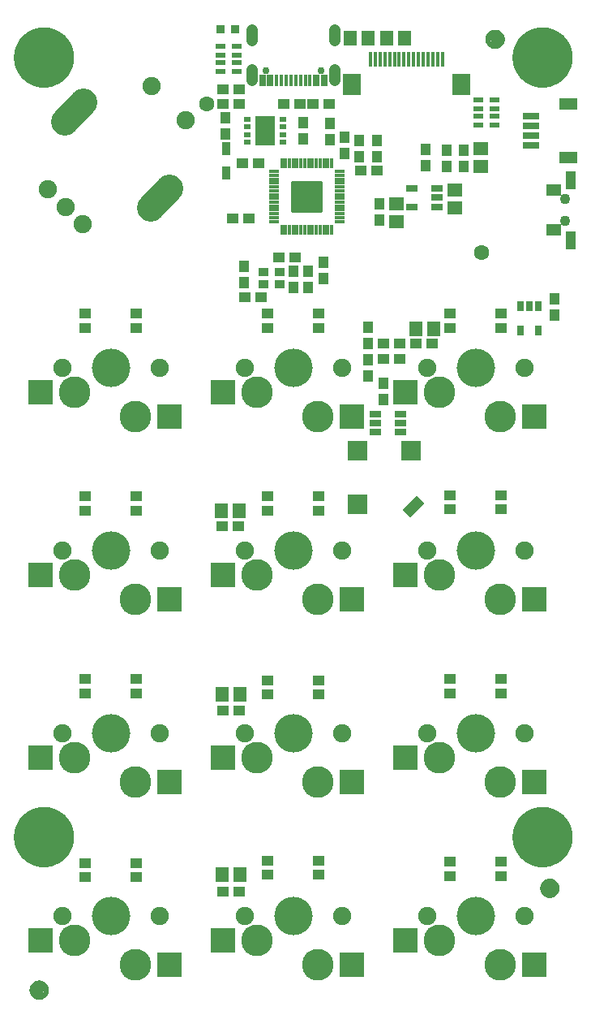
<source format=gbr>
G04 EAGLE Gerber RS-274X export*
G75*
%MOMM*%
%FSLAX34Y34*%
%LPD*%
%INSoldermask Top*%
%IPPOS*%
%AMOC8*
5,1,8,0,0,1.08239X$1,22.5*%
G01*
%ADD10R,2.651600X2.601600*%
%ADD11C,4.001600*%
%ADD12C,3.301600*%
%ADD13C,1.915100*%
%ADD14R,1.601600X1.341600*%
%ADD15R,0.901600X0.901600*%
%ADD16C,1.101600*%
%ADD17C,0.469900*%
%ADD18R,1.301600X0.651600*%
%ADD19R,0.791600X1.091600*%
%ADD20R,0.701600X0.501600*%
%ADD21R,2.101600X3.101600*%
%ADD22R,1.176600X1.101600*%
%ADD23R,1.101600X1.176600*%
%ADD24R,0.976600X0.301600*%
%ADD25R,0.301600X0.976600*%
%ADD26C,0.429206*%
%ADD27R,1.001600X0.851600*%
%ADD28R,0.676600X1.251600*%
%ADD29R,0.376600X1.251600*%
%ADD30C,1.209600*%
%ADD31C,0.751600*%
%ADD32C,1.901600*%
%ADD33C,2.901600*%
%ADD34R,1.301600X1.001600*%
%ADD35R,1.601600X1.201600*%
%ADD36R,1.101600X1.851600*%
%ADD37R,1.651600X0.701600*%
%ADD38R,1.901600X1.301600*%
%ADD39R,1.341600X1.601600*%
%ADD40R,0.901600X1.451600*%
%ADD41C,5.367600*%
%ADD42C,1.016000*%
%ADD43R,0.401600X1.501600*%
%ADD44R,1.901600X2.301600*%
%ADD45R,1.001600X0.551600*%
%ADD46R,2.101600X2.101600*%
%ADD47R,2.101600X1.101600*%
%ADD48C,1.601600*%


D10*
X549850Y57150D03*
X415350Y82950D03*
D11*
X488950Y107950D03*
D12*
X514350Y57150D03*
X450850Y82550D03*
D13*
X539750Y107950D03*
X438150Y107950D03*
D10*
X359350Y57150D03*
X224850Y82950D03*
D11*
X298450Y107950D03*
D12*
X323850Y57150D03*
X260350Y82550D03*
D13*
X349250Y107950D03*
X247650Y107950D03*
D10*
X168850Y57150D03*
X34350Y82950D03*
D11*
X107950Y107950D03*
D12*
X133350Y57150D03*
X69850Y82550D03*
D13*
X158750Y107950D03*
X57150Y107950D03*
D10*
X168850Y247650D03*
X34350Y273450D03*
D11*
X107950Y298450D03*
D12*
X133350Y247650D03*
X69850Y273050D03*
D13*
X158750Y298450D03*
X57150Y298450D03*
D10*
X359350Y247650D03*
X224850Y273450D03*
D11*
X298450Y298450D03*
D12*
X323850Y247650D03*
X260350Y273050D03*
D13*
X349250Y298450D03*
X247650Y298450D03*
D10*
X549850Y247650D03*
X415350Y273450D03*
D11*
X488950Y298450D03*
D12*
X514350Y247650D03*
X450850Y273050D03*
D13*
X539750Y298450D03*
X438150Y298450D03*
D14*
X467341Y846149D03*
X467341Y865149D03*
X405915Y850910D03*
X405915Y831910D03*
D15*
X222370Y1032510D03*
X237370Y1032510D03*
D16*
X509270Y1022350D03*
D17*
X509270Y1029850D02*
X509089Y1029848D01*
X508908Y1029841D01*
X508727Y1029830D01*
X508546Y1029815D01*
X508366Y1029795D01*
X508186Y1029771D01*
X508007Y1029743D01*
X507829Y1029710D01*
X507652Y1029673D01*
X507475Y1029632D01*
X507300Y1029587D01*
X507125Y1029537D01*
X506952Y1029483D01*
X506781Y1029425D01*
X506610Y1029363D01*
X506442Y1029296D01*
X506275Y1029226D01*
X506109Y1029152D01*
X505946Y1029073D01*
X505785Y1028991D01*
X505625Y1028905D01*
X505468Y1028815D01*
X505313Y1028721D01*
X505160Y1028624D01*
X505010Y1028522D01*
X504862Y1028418D01*
X504716Y1028309D01*
X504574Y1028198D01*
X504434Y1028082D01*
X504297Y1027964D01*
X504162Y1027842D01*
X504031Y1027717D01*
X503903Y1027589D01*
X503778Y1027458D01*
X503656Y1027323D01*
X503538Y1027186D01*
X503422Y1027046D01*
X503311Y1026904D01*
X503202Y1026758D01*
X503098Y1026610D01*
X502996Y1026460D01*
X502899Y1026307D01*
X502805Y1026152D01*
X502715Y1025995D01*
X502629Y1025835D01*
X502547Y1025674D01*
X502468Y1025511D01*
X502394Y1025345D01*
X502324Y1025178D01*
X502257Y1025010D01*
X502195Y1024839D01*
X502137Y1024668D01*
X502083Y1024495D01*
X502033Y1024320D01*
X501988Y1024145D01*
X501947Y1023968D01*
X501910Y1023791D01*
X501877Y1023613D01*
X501849Y1023434D01*
X501825Y1023254D01*
X501805Y1023074D01*
X501790Y1022893D01*
X501779Y1022712D01*
X501772Y1022531D01*
X501770Y1022350D01*
X509270Y1029850D02*
X509451Y1029848D01*
X509632Y1029841D01*
X509813Y1029830D01*
X509994Y1029815D01*
X510174Y1029795D01*
X510354Y1029771D01*
X510533Y1029743D01*
X510711Y1029710D01*
X510888Y1029673D01*
X511065Y1029632D01*
X511240Y1029587D01*
X511415Y1029537D01*
X511588Y1029483D01*
X511759Y1029425D01*
X511930Y1029363D01*
X512098Y1029296D01*
X512265Y1029226D01*
X512431Y1029152D01*
X512594Y1029073D01*
X512755Y1028991D01*
X512915Y1028905D01*
X513072Y1028815D01*
X513227Y1028721D01*
X513380Y1028624D01*
X513530Y1028522D01*
X513678Y1028418D01*
X513824Y1028309D01*
X513966Y1028198D01*
X514106Y1028082D01*
X514243Y1027964D01*
X514378Y1027842D01*
X514509Y1027717D01*
X514637Y1027589D01*
X514762Y1027458D01*
X514884Y1027323D01*
X515002Y1027186D01*
X515118Y1027046D01*
X515229Y1026904D01*
X515338Y1026758D01*
X515442Y1026610D01*
X515544Y1026460D01*
X515641Y1026307D01*
X515735Y1026152D01*
X515825Y1025995D01*
X515911Y1025835D01*
X515993Y1025674D01*
X516072Y1025511D01*
X516146Y1025345D01*
X516216Y1025178D01*
X516283Y1025010D01*
X516345Y1024839D01*
X516403Y1024668D01*
X516457Y1024495D01*
X516507Y1024320D01*
X516552Y1024145D01*
X516593Y1023968D01*
X516630Y1023791D01*
X516663Y1023613D01*
X516691Y1023434D01*
X516715Y1023254D01*
X516735Y1023074D01*
X516750Y1022893D01*
X516761Y1022712D01*
X516768Y1022531D01*
X516770Y1022350D01*
X516768Y1022169D01*
X516761Y1021988D01*
X516750Y1021807D01*
X516735Y1021626D01*
X516715Y1021446D01*
X516691Y1021266D01*
X516663Y1021087D01*
X516630Y1020909D01*
X516593Y1020732D01*
X516552Y1020555D01*
X516507Y1020380D01*
X516457Y1020205D01*
X516403Y1020032D01*
X516345Y1019861D01*
X516283Y1019690D01*
X516216Y1019522D01*
X516146Y1019355D01*
X516072Y1019189D01*
X515993Y1019026D01*
X515911Y1018865D01*
X515825Y1018705D01*
X515735Y1018548D01*
X515641Y1018393D01*
X515544Y1018240D01*
X515442Y1018090D01*
X515338Y1017942D01*
X515229Y1017796D01*
X515118Y1017654D01*
X515002Y1017514D01*
X514884Y1017377D01*
X514762Y1017242D01*
X514637Y1017111D01*
X514509Y1016983D01*
X514378Y1016858D01*
X514243Y1016736D01*
X514106Y1016618D01*
X513966Y1016502D01*
X513824Y1016391D01*
X513678Y1016282D01*
X513530Y1016178D01*
X513380Y1016076D01*
X513227Y1015979D01*
X513072Y1015885D01*
X512915Y1015795D01*
X512755Y1015709D01*
X512594Y1015627D01*
X512431Y1015548D01*
X512265Y1015474D01*
X512098Y1015404D01*
X511930Y1015337D01*
X511759Y1015275D01*
X511588Y1015217D01*
X511415Y1015163D01*
X511240Y1015113D01*
X511065Y1015068D01*
X510888Y1015027D01*
X510711Y1014990D01*
X510533Y1014957D01*
X510354Y1014929D01*
X510174Y1014905D01*
X509994Y1014885D01*
X509813Y1014870D01*
X509632Y1014859D01*
X509451Y1014852D01*
X509270Y1014850D01*
X509089Y1014852D01*
X508908Y1014859D01*
X508727Y1014870D01*
X508546Y1014885D01*
X508366Y1014905D01*
X508186Y1014929D01*
X508007Y1014957D01*
X507829Y1014990D01*
X507652Y1015027D01*
X507475Y1015068D01*
X507300Y1015113D01*
X507125Y1015163D01*
X506952Y1015217D01*
X506781Y1015275D01*
X506610Y1015337D01*
X506442Y1015404D01*
X506275Y1015474D01*
X506109Y1015548D01*
X505946Y1015627D01*
X505785Y1015709D01*
X505625Y1015795D01*
X505468Y1015885D01*
X505313Y1015979D01*
X505160Y1016076D01*
X505010Y1016178D01*
X504862Y1016282D01*
X504716Y1016391D01*
X504574Y1016502D01*
X504434Y1016618D01*
X504297Y1016736D01*
X504162Y1016858D01*
X504031Y1016983D01*
X503903Y1017111D01*
X503778Y1017242D01*
X503656Y1017377D01*
X503538Y1017514D01*
X503422Y1017654D01*
X503311Y1017796D01*
X503202Y1017942D01*
X503098Y1018090D01*
X502996Y1018240D01*
X502899Y1018393D01*
X502805Y1018548D01*
X502715Y1018705D01*
X502629Y1018865D01*
X502547Y1019026D01*
X502468Y1019189D01*
X502394Y1019355D01*
X502324Y1019522D01*
X502257Y1019690D01*
X502195Y1019861D01*
X502137Y1020032D01*
X502083Y1020205D01*
X502033Y1020380D01*
X501988Y1020555D01*
X501947Y1020732D01*
X501910Y1020909D01*
X501877Y1021087D01*
X501849Y1021266D01*
X501825Y1021446D01*
X501805Y1021626D01*
X501790Y1021807D01*
X501779Y1021988D01*
X501772Y1022169D01*
X501770Y1022350D01*
D16*
X33077Y30952D03*
D17*
X33077Y38452D02*
X32896Y38450D01*
X32715Y38443D01*
X32534Y38432D01*
X32353Y38417D01*
X32173Y38397D01*
X31993Y38373D01*
X31814Y38345D01*
X31636Y38312D01*
X31459Y38275D01*
X31282Y38234D01*
X31107Y38189D01*
X30932Y38139D01*
X30759Y38085D01*
X30588Y38027D01*
X30417Y37965D01*
X30249Y37898D01*
X30082Y37828D01*
X29916Y37754D01*
X29753Y37675D01*
X29592Y37593D01*
X29432Y37507D01*
X29275Y37417D01*
X29120Y37323D01*
X28967Y37226D01*
X28817Y37124D01*
X28669Y37020D01*
X28523Y36911D01*
X28381Y36800D01*
X28241Y36684D01*
X28104Y36566D01*
X27969Y36444D01*
X27838Y36319D01*
X27710Y36191D01*
X27585Y36060D01*
X27463Y35925D01*
X27345Y35788D01*
X27229Y35648D01*
X27118Y35506D01*
X27009Y35360D01*
X26905Y35212D01*
X26803Y35062D01*
X26706Y34909D01*
X26612Y34754D01*
X26522Y34597D01*
X26436Y34437D01*
X26354Y34276D01*
X26275Y34113D01*
X26201Y33947D01*
X26131Y33780D01*
X26064Y33612D01*
X26002Y33441D01*
X25944Y33270D01*
X25890Y33097D01*
X25840Y32922D01*
X25795Y32747D01*
X25754Y32570D01*
X25717Y32393D01*
X25684Y32215D01*
X25656Y32036D01*
X25632Y31856D01*
X25612Y31676D01*
X25597Y31495D01*
X25586Y31314D01*
X25579Y31133D01*
X25577Y30952D01*
X33077Y38452D02*
X33258Y38450D01*
X33439Y38443D01*
X33620Y38432D01*
X33801Y38417D01*
X33981Y38397D01*
X34161Y38373D01*
X34340Y38345D01*
X34518Y38312D01*
X34695Y38275D01*
X34872Y38234D01*
X35047Y38189D01*
X35222Y38139D01*
X35395Y38085D01*
X35566Y38027D01*
X35737Y37965D01*
X35905Y37898D01*
X36072Y37828D01*
X36238Y37754D01*
X36401Y37675D01*
X36562Y37593D01*
X36722Y37507D01*
X36879Y37417D01*
X37034Y37323D01*
X37187Y37226D01*
X37337Y37124D01*
X37485Y37020D01*
X37631Y36911D01*
X37773Y36800D01*
X37913Y36684D01*
X38050Y36566D01*
X38185Y36444D01*
X38316Y36319D01*
X38444Y36191D01*
X38569Y36060D01*
X38691Y35925D01*
X38809Y35788D01*
X38925Y35648D01*
X39036Y35506D01*
X39145Y35360D01*
X39249Y35212D01*
X39351Y35062D01*
X39448Y34909D01*
X39542Y34754D01*
X39632Y34597D01*
X39718Y34437D01*
X39800Y34276D01*
X39879Y34113D01*
X39953Y33947D01*
X40023Y33780D01*
X40090Y33612D01*
X40152Y33441D01*
X40210Y33270D01*
X40264Y33097D01*
X40314Y32922D01*
X40359Y32747D01*
X40400Y32570D01*
X40437Y32393D01*
X40470Y32215D01*
X40498Y32036D01*
X40522Y31856D01*
X40542Y31676D01*
X40557Y31495D01*
X40568Y31314D01*
X40575Y31133D01*
X40577Y30952D01*
X40575Y30771D01*
X40568Y30590D01*
X40557Y30409D01*
X40542Y30228D01*
X40522Y30048D01*
X40498Y29868D01*
X40470Y29689D01*
X40437Y29511D01*
X40400Y29334D01*
X40359Y29157D01*
X40314Y28982D01*
X40264Y28807D01*
X40210Y28634D01*
X40152Y28463D01*
X40090Y28292D01*
X40023Y28124D01*
X39953Y27957D01*
X39879Y27791D01*
X39800Y27628D01*
X39718Y27467D01*
X39632Y27307D01*
X39542Y27150D01*
X39448Y26995D01*
X39351Y26842D01*
X39249Y26692D01*
X39145Y26544D01*
X39036Y26398D01*
X38925Y26256D01*
X38809Y26116D01*
X38691Y25979D01*
X38569Y25844D01*
X38444Y25713D01*
X38316Y25585D01*
X38185Y25460D01*
X38050Y25338D01*
X37913Y25220D01*
X37773Y25104D01*
X37631Y24993D01*
X37485Y24884D01*
X37337Y24780D01*
X37187Y24678D01*
X37034Y24581D01*
X36879Y24487D01*
X36722Y24397D01*
X36562Y24311D01*
X36401Y24229D01*
X36238Y24150D01*
X36072Y24076D01*
X35905Y24006D01*
X35737Y23939D01*
X35566Y23877D01*
X35395Y23819D01*
X35222Y23765D01*
X35047Y23715D01*
X34872Y23670D01*
X34695Y23629D01*
X34518Y23592D01*
X34340Y23559D01*
X34161Y23531D01*
X33981Y23507D01*
X33801Y23487D01*
X33620Y23472D01*
X33439Y23461D01*
X33258Y23454D01*
X33077Y23452D01*
X32896Y23454D01*
X32715Y23461D01*
X32534Y23472D01*
X32353Y23487D01*
X32173Y23507D01*
X31993Y23531D01*
X31814Y23559D01*
X31636Y23592D01*
X31459Y23629D01*
X31282Y23670D01*
X31107Y23715D01*
X30932Y23765D01*
X30759Y23819D01*
X30588Y23877D01*
X30417Y23939D01*
X30249Y24006D01*
X30082Y24076D01*
X29916Y24150D01*
X29753Y24229D01*
X29592Y24311D01*
X29432Y24397D01*
X29275Y24487D01*
X29120Y24581D01*
X28967Y24678D01*
X28817Y24780D01*
X28669Y24884D01*
X28523Y24993D01*
X28381Y25104D01*
X28241Y25220D01*
X28104Y25338D01*
X27969Y25460D01*
X27838Y25585D01*
X27710Y25713D01*
X27585Y25844D01*
X27463Y25979D01*
X27345Y26116D01*
X27229Y26256D01*
X27118Y26398D01*
X27009Y26544D01*
X26905Y26692D01*
X26803Y26842D01*
X26706Y26995D01*
X26612Y27150D01*
X26522Y27307D01*
X26436Y27467D01*
X26354Y27628D01*
X26275Y27791D01*
X26201Y27957D01*
X26131Y28124D01*
X26064Y28292D01*
X26002Y28463D01*
X25944Y28634D01*
X25890Y28807D01*
X25840Y28982D01*
X25795Y29157D01*
X25754Y29334D01*
X25717Y29511D01*
X25684Y29689D01*
X25656Y29868D01*
X25632Y30048D01*
X25612Y30228D01*
X25597Y30409D01*
X25586Y30590D01*
X25579Y30771D01*
X25577Y30952D01*
D18*
X448611Y847750D03*
X448611Y857250D03*
X448611Y866750D03*
X422609Y866750D03*
X422609Y847750D03*
D19*
X554330Y744420D03*
X544830Y744420D03*
X535330Y744420D03*
X535330Y718520D03*
X554330Y718520D03*
D20*
X250613Y939100D03*
X250613Y931100D03*
X250613Y923100D03*
X250613Y915100D03*
X287613Y915100D03*
X287613Y923100D03*
X287613Y931100D03*
X287613Y939100D03*
D21*
X269113Y927100D03*
D22*
X242180Y955040D03*
X225180Y955040D03*
D23*
X351790Y903360D03*
X351790Y920360D03*
D22*
X252340Y835660D03*
X235340Y835660D03*
D24*
X277920Y884520D03*
X277920Y880520D03*
X277920Y876520D03*
X277920Y872520D03*
X277920Y868520D03*
X277920Y864520D03*
X277920Y860520D03*
X277920Y856520D03*
X277920Y852520D03*
X277920Y848520D03*
X277920Y844520D03*
X277920Y840520D03*
X277920Y836520D03*
X277920Y832520D03*
D25*
X286420Y824020D03*
X290420Y824020D03*
X294420Y824020D03*
X298420Y824020D03*
X302420Y824020D03*
X306420Y824020D03*
X310420Y824020D03*
X314420Y824020D03*
X318420Y824020D03*
X322420Y824020D03*
X326420Y824020D03*
X330420Y824020D03*
X334420Y824020D03*
X338420Y824020D03*
D24*
X346920Y832520D03*
X346920Y836520D03*
X346920Y840520D03*
X346920Y844520D03*
X346920Y848520D03*
X346920Y852520D03*
X346920Y856520D03*
X346920Y860520D03*
X346920Y864520D03*
X346920Y868520D03*
X346920Y872520D03*
X346920Y876520D03*
X346920Y880520D03*
X346920Y884520D03*
D25*
X338420Y893020D03*
X334420Y893020D03*
X330420Y893020D03*
X326420Y893020D03*
X322420Y893020D03*
X318420Y893020D03*
X314420Y893020D03*
X310420Y893020D03*
X306420Y893020D03*
X302420Y893020D03*
X298420Y893020D03*
X294420Y893020D03*
X290420Y893020D03*
X286420Y893020D03*
D26*
X298058Y844158D02*
X326782Y844158D01*
X298058Y844158D02*
X298058Y872882D01*
X326782Y872882D01*
X326782Y844158D01*
X326782Y848235D02*
X298058Y848235D01*
X298058Y852312D02*
X326782Y852312D01*
X326782Y856389D02*
X298058Y856389D01*
X298058Y860466D02*
X326782Y860466D01*
X326782Y864543D02*
X298058Y864543D01*
X298058Y868620D02*
X326782Y868620D01*
X326782Y872697D02*
X298058Y872697D01*
D27*
X283840Y779680D03*
X267340Y779680D03*
X267340Y767180D03*
X283840Y767180D03*
D23*
X330200Y773185D03*
X330200Y790185D03*
X308610Y935600D03*
X308610Y918600D03*
X336550Y917330D03*
X336550Y934330D03*
X388620Y850510D03*
X388620Y833510D03*
X367030Y899550D03*
X367030Y916550D03*
D22*
X242180Y970280D03*
X225180Y970280D03*
X248040Y753110D03*
X265040Y753110D03*
D23*
X298450Y763660D03*
X298450Y780660D03*
D22*
X283600Y795020D03*
X300600Y795020D03*
D23*
X227838Y940299D03*
X227838Y923299D03*
D22*
X288680Y955040D03*
X305680Y955040D03*
X336160Y955040D03*
X319160Y955040D03*
X368690Y885190D03*
X385690Y885190D03*
X262500Y892810D03*
X245500Y892810D03*
D28*
X330450Y979280D03*
X322450Y979280D03*
D29*
X315950Y979280D03*
X310950Y979280D03*
X305950Y979280D03*
X300950Y979280D03*
X295950Y979280D03*
X290950Y979280D03*
X285950Y979280D03*
X280950Y979280D03*
D28*
X274450Y979280D03*
X266450Y979280D03*
D30*
X341650Y1021290D02*
X341650Y1032370D01*
X255250Y1032370D02*
X255250Y1021290D01*
X255250Y990570D02*
X255250Y979490D01*
X341650Y979490D02*
X341650Y990570D01*
D31*
X269550Y990030D03*
X327350Y990030D03*
D10*
X168850Y628650D03*
X34350Y654450D03*
D11*
X107950Y679450D03*
D12*
X133350Y628650D03*
X69850Y654050D03*
D13*
X158750Y679450D03*
X57150Y679450D03*
D10*
X359350Y628650D03*
X224850Y654450D03*
D11*
X298450Y679450D03*
D12*
X323850Y628650D03*
X260350Y654050D03*
D13*
X349250Y679450D03*
X247650Y679450D03*
D10*
X549850Y628650D03*
X415350Y654450D03*
D11*
X488950Y679450D03*
D12*
X514350Y628650D03*
X450850Y654050D03*
D13*
X539750Y679450D03*
X438150Y679450D03*
D10*
X168850Y438150D03*
X34350Y463950D03*
D11*
X107950Y488950D03*
D12*
X133350Y438150D03*
X69850Y463550D03*
D13*
X158750Y488950D03*
X57150Y488950D03*
D10*
X359350Y438150D03*
X224850Y463950D03*
D11*
X298450Y488950D03*
D12*
X323850Y438150D03*
X260350Y463550D03*
D13*
X349250Y488950D03*
X247650Y488950D03*
D10*
X549850Y438150D03*
X415350Y463950D03*
D11*
X488950Y488950D03*
D12*
X514350Y438150D03*
X450850Y463550D03*
D13*
X539750Y488950D03*
X438150Y488950D03*
D32*
X60418Y847818D03*
X78379Y829858D03*
X42458Y865779D03*
D33*
X149302Y846899D02*
X169101Y866698D01*
X79298Y956501D02*
X59499Y936702D01*
D32*
X186142Y937621D03*
X150221Y973542D03*
D34*
X462450Y721480D03*
X462450Y736480D03*
X515450Y721480D03*
X515450Y736480D03*
X271950Y721480D03*
X271950Y736480D03*
X324950Y721480D03*
X324950Y736480D03*
X81450Y721480D03*
X81450Y736480D03*
X134450Y721480D03*
X134450Y736480D03*
X462450Y532250D03*
X462450Y547250D03*
X515450Y532250D03*
X515450Y547250D03*
X271950Y530980D03*
X271950Y545980D03*
X324950Y530980D03*
X324950Y545980D03*
X81450Y530980D03*
X81450Y545980D03*
X134450Y530980D03*
X134450Y545980D03*
X462450Y340480D03*
X462450Y355480D03*
X515450Y340480D03*
X515450Y355480D03*
X271950Y339210D03*
X271950Y354210D03*
X324950Y339210D03*
X324950Y354210D03*
X81450Y340480D03*
X81450Y355480D03*
X134450Y340480D03*
X134450Y355480D03*
X462450Y149980D03*
X462450Y164980D03*
X515450Y149980D03*
X515450Y164980D03*
X271950Y151250D03*
X271950Y166250D03*
X324950Y151250D03*
X324950Y166250D03*
X81450Y148710D03*
X81450Y163710D03*
X134450Y148710D03*
X134450Y163710D03*
D35*
X570120Y823550D03*
X570120Y865550D03*
D36*
X588120Y812800D03*
X588120Y875300D03*
D16*
X582120Y833050D03*
X582120Y856050D03*
D37*
X546360Y922100D03*
X546360Y932100D03*
X546360Y912100D03*
X546360Y942100D03*
D38*
X585360Y899100D03*
X585360Y955100D03*
D14*
X494030Y889660D03*
X494030Y908660D03*
D39*
X414630Y1023620D03*
X395630Y1023620D03*
D23*
X386080Y899550D03*
X386080Y916550D03*
X436880Y890660D03*
X436880Y907660D03*
D40*
X228600Y882650D03*
X228600Y908050D03*
D41*
X38100Y190500D03*
D42*
X11938Y190500D02*
X11946Y191142D01*
X11970Y191784D01*
X12009Y192425D01*
X12064Y193064D01*
X12135Y193703D01*
X12221Y194339D01*
X12323Y194973D01*
X12441Y195604D01*
X12574Y196232D01*
X12722Y196857D01*
X12886Y197478D01*
X13065Y198094D01*
X13258Y198707D01*
X13467Y199314D01*
X13691Y199916D01*
X13929Y200512D01*
X14182Y201102D01*
X14450Y201686D01*
X14731Y202263D01*
X15027Y202833D01*
X15337Y203395D01*
X15660Y203950D01*
X15997Y204497D01*
X16347Y205035D01*
X16710Y205564D01*
X17086Y206085D01*
X17475Y206596D01*
X17877Y207097D01*
X18290Y207588D01*
X18715Y208069D01*
X19152Y208540D01*
X19601Y208999D01*
X20060Y209448D01*
X20531Y209885D01*
X21012Y210310D01*
X21503Y210723D01*
X22004Y211125D01*
X22515Y211514D01*
X23036Y211890D01*
X23565Y212253D01*
X24103Y212603D01*
X24650Y212940D01*
X25205Y213263D01*
X25767Y213573D01*
X26337Y213869D01*
X26914Y214150D01*
X27498Y214418D01*
X28088Y214671D01*
X28684Y214909D01*
X29286Y215133D01*
X29893Y215342D01*
X30506Y215535D01*
X31122Y215714D01*
X31743Y215878D01*
X32368Y216026D01*
X32996Y216159D01*
X33627Y216277D01*
X34261Y216379D01*
X34897Y216465D01*
X35536Y216536D01*
X36175Y216591D01*
X36816Y216630D01*
X37458Y216654D01*
X38100Y216662D01*
X38742Y216654D01*
X39384Y216630D01*
X40025Y216591D01*
X40664Y216536D01*
X41303Y216465D01*
X41939Y216379D01*
X42573Y216277D01*
X43204Y216159D01*
X43832Y216026D01*
X44457Y215878D01*
X45078Y215714D01*
X45694Y215535D01*
X46307Y215342D01*
X46914Y215133D01*
X47516Y214909D01*
X48112Y214671D01*
X48702Y214418D01*
X49286Y214150D01*
X49863Y213869D01*
X50433Y213573D01*
X50995Y213263D01*
X51550Y212940D01*
X52097Y212603D01*
X52635Y212253D01*
X53164Y211890D01*
X53685Y211514D01*
X54196Y211125D01*
X54697Y210723D01*
X55188Y210310D01*
X55669Y209885D01*
X56140Y209448D01*
X56599Y208999D01*
X57048Y208540D01*
X57485Y208069D01*
X57910Y207588D01*
X58323Y207097D01*
X58725Y206596D01*
X59114Y206085D01*
X59490Y205564D01*
X59853Y205035D01*
X60203Y204497D01*
X60540Y203950D01*
X60863Y203395D01*
X61173Y202833D01*
X61469Y202263D01*
X61750Y201686D01*
X62018Y201102D01*
X62271Y200512D01*
X62509Y199916D01*
X62733Y199314D01*
X62942Y198707D01*
X63135Y198094D01*
X63314Y197478D01*
X63478Y196857D01*
X63626Y196232D01*
X63759Y195604D01*
X63877Y194973D01*
X63979Y194339D01*
X64065Y193703D01*
X64136Y193064D01*
X64191Y192425D01*
X64230Y191784D01*
X64254Y191142D01*
X64262Y190500D01*
X64254Y189858D01*
X64230Y189216D01*
X64191Y188575D01*
X64136Y187936D01*
X64065Y187297D01*
X63979Y186661D01*
X63877Y186027D01*
X63759Y185396D01*
X63626Y184768D01*
X63478Y184143D01*
X63314Y183522D01*
X63135Y182906D01*
X62942Y182293D01*
X62733Y181686D01*
X62509Y181084D01*
X62271Y180488D01*
X62018Y179898D01*
X61750Y179314D01*
X61469Y178737D01*
X61173Y178167D01*
X60863Y177605D01*
X60540Y177050D01*
X60203Y176503D01*
X59853Y175965D01*
X59490Y175436D01*
X59114Y174915D01*
X58725Y174404D01*
X58323Y173903D01*
X57910Y173412D01*
X57485Y172931D01*
X57048Y172460D01*
X56599Y172001D01*
X56140Y171552D01*
X55669Y171115D01*
X55188Y170690D01*
X54697Y170277D01*
X54196Y169875D01*
X53685Y169486D01*
X53164Y169110D01*
X52635Y168747D01*
X52097Y168397D01*
X51550Y168060D01*
X50995Y167737D01*
X50433Y167427D01*
X49863Y167131D01*
X49286Y166850D01*
X48702Y166582D01*
X48112Y166329D01*
X47516Y166091D01*
X46914Y165867D01*
X46307Y165658D01*
X45694Y165465D01*
X45078Y165286D01*
X44457Y165122D01*
X43832Y164974D01*
X43204Y164841D01*
X42573Y164723D01*
X41939Y164621D01*
X41303Y164535D01*
X40664Y164464D01*
X40025Y164409D01*
X39384Y164370D01*
X38742Y164346D01*
X38100Y164338D01*
X37458Y164346D01*
X36816Y164370D01*
X36175Y164409D01*
X35536Y164464D01*
X34897Y164535D01*
X34261Y164621D01*
X33627Y164723D01*
X32996Y164841D01*
X32368Y164974D01*
X31743Y165122D01*
X31122Y165286D01*
X30506Y165465D01*
X29893Y165658D01*
X29286Y165867D01*
X28684Y166091D01*
X28088Y166329D01*
X27498Y166582D01*
X26914Y166850D01*
X26337Y167131D01*
X25767Y167427D01*
X25205Y167737D01*
X24650Y168060D01*
X24103Y168397D01*
X23565Y168747D01*
X23036Y169110D01*
X22515Y169486D01*
X22004Y169875D01*
X21503Y170277D01*
X21012Y170690D01*
X20531Y171115D01*
X20060Y171552D01*
X19601Y172001D01*
X19152Y172460D01*
X18715Y172931D01*
X18290Y173412D01*
X17877Y173903D01*
X17475Y174404D01*
X17086Y174915D01*
X16710Y175436D01*
X16347Y175965D01*
X15997Y176503D01*
X15660Y177050D01*
X15337Y177605D01*
X15027Y178167D01*
X14731Y178737D01*
X14450Y179314D01*
X14182Y179898D01*
X13929Y180488D01*
X13691Y181084D01*
X13467Y181686D01*
X13258Y182293D01*
X13065Y182906D01*
X12886Y183522D01*
X12722Y184143D01*
X12574Y184768D01*
X12441Y185396D01*
X12323Y186027D01*
X12221Y186661D01*
X12135Y187297D01*
X12064Y187936D01*
X12009Y188575D01*
X11970Y189216D01*
X11946Y189858D01*
X11938Y190500D01*
D41*
X558800Y190500D03*
D42*
X532638Y190500D02*
X532646Y191142D01*
X532670Y191784D01*
X532709Y192425D01*
X532764Y193064D01*
X532835Y193703D01*
X532921Y194339D01*
X533023Y194973D01*
X533141Y195604D01*
X533274Y196232D01*
X533422Y196857D01*
X533586Y197478D01*
X533765Y198094D01*
X533958Y198707D01*
X534167Y199314D01*
X534391Y199916D01*
X534629Y200512D01*
X534882Y201102D01*
X535150Y201686D01*
X535431Y202263D01*
X535727Y202833D01*
X536037Y203395D01*
X536360Y203950D01*
X536697Y204497D01*
X537047Y205035D01*
X537410Y205564D01*
X537786Y206085D01*
X538175Y206596D01*
X538577Y207097D01*
X538990Y207588D01*
X539415Y208069D01*
X539852Y208540D01*
X540301Y208999D01*
X540760Y209448D01*
X541231Y209885D01*
X541712Y210310D01*
X542203Y210723D01*
X542704Y211125D01*
X543215Y211514D01*
X543736Y211890D01*
X544265Y212253D01*
X544803Y212603D01*
X545350Y212940D01*
X545905Y213263D01*
X546467Y213573D01*
X547037Y213869D01*
X547614Y214150D01*
X548198Y214418D01*
X548788Y214671D01*
X549384Y214909D01*
X549986Y215133D01*
X550593Y215342D01*
X551206Y215535D01*
X551822Y215714D01*
X552443Y215878D01*
X553068Y216026D01*
X553696Y216159D01*
X554327Y216277D01*
X554961Y216379D01*
X555597Y216465D01*
X556236Y216536D01*
X556875Y216591D01*
X557516Y216630D01*
X558158Y216654D01*
X558800Y216662D01*
X559442Y216654D01*
X560084Y216630D01*
X560725Y216591D01*
X561364Y216536D01*
X562003Y216465D01*
X562639Y216379D01*
X563273Y216277D01*
X563904Y216159D01*
X564532Y216026D01*
X565157Y215878D01*
X565778Y215714D01*
X566394Y215535D01*
X567007Y215342D01*
X567614Y215133D01*
X568216Y214909D01*
X568812Y214671D01*
X569402Y214418D01*
X569986Y214150D01*
X570563Y213869D01*
X571133Y213573D01*
X571695Y213263D01*
X572250Y212940D01*
X572797Y212603D01*
X573335Y212253D01*
X573864Y211890D01*
X574385Y211514D01*
X574896Y211125D01*
X575397Y210723D01*
X575888Y210310D01*
X576369Y209885D01*
X576840Y209448D01*
X577299Y208999D01*
X577748Y208540D01*
X578185Y208069D01*
X578610Y207588D01*
X579023Y207097D01*
X579425Y206596D01*
X579814Y206085D01*
X580190Y205564D01*
X580553Y205035D01*
X580903Y204497D01*
X581240Y203950D01*
X581563Y203395D01*
X581873Y202833D01*
X582169Y202263D01*
X582450Y201686D01*
X582718Y201102D01*
X582971Y200512D01*
X583209Y199916D01*
X583433Y199314D01*
X583642Y198707D01*
X583835Y198094D01*
X584014Y197478D01*
X584178Y196857D01*
X584326Y196232D01*
X584459Y195604D01*
X584577Y194973D01*
X584679Y194339D01*
X584765Y193703D01*
X584836Y193064D01*
X584891Y192425D01*
X584930Y191784D01*
X584954Y191142D01*
X584962Y190500D01*
X584954Y189858D01*
X584930Y189216D01*
X584891Y188575D01*
X584836Y187936D01*
X584765Y187297D01*
X584679Y186661D01*
X584577Y186027D01*
X584459Y185396D01*
X584326Y184768D01*
X584178Y184143D01*
X584014Y183522D01*
X583835Y182906D01*
X583642Y182293D01*
X583433Y181686D01*
X583209Y181084D01*
X582971Y180488D01*
X582718Y179898D01*
X582450Y179314D01*
X582169Y178737D01*
X581873Y178167D01*
X581563Y177605D01*
X581240Y177050D01*
X580903Y176503D01*
X580553Y175965D01*
X580190Y175436D01*
X579814Y174915D01*
X579425Y174404D01*
X579023Y173903D01*
X578610Y173412D01*
X578185Y172931D01*
X577748Y172460D01*
X577299Y172001D01*
X576840Y171552D01*
X576369Y171115D01*
X575888Y170690D01*
X575397Y170277D01*
X574896Y169875D01*
X574385Y169486D01*
X573864Y169110D01*
X573335Y168747D01*
X572797Y168397D01*
X572250Y168060D01*
X571695Y167737D01*
X571133Y167427D01*
X570563Y167131D01*
X569986Y166850D01*
X569402Y166582D01*
X568812Y166329D01*
X568216Y166091D01*
X567614Y165867D01*
X567007Y165658D01*
X566394Y165465D01*
X565778Y165286D01*
X565157Y165122D01*
X564532Y164974D01*
X563904Y164841D01*
X563273Y164723D01*
X562639Y164621D01*
X562003Y164535D01*
X561364Y164464D01*
X560725Y164409D01*
X560084Y164370D01*
X559442Y164346D01*
X558800Y164338D01*
X558158Y164346D01*
X557516Y164370D01*
X556875Y164409D01*
X556236Y164464D01*
X555597Y164535D01*
X554961Y164621D01*
X554327Y164723D01*
X553696Y164841D01*
X553068Y164974D01*
X552443Y165122D01*
X551822Y165286D01*
X551206Y165465D01*
X550593Y165658D01*
X549986Y165867D01*
X549384Y166091D01*
X548788Y166329D01*
X548198Y166582D01*
X547614Y166850D01*
X547037Y167131D01*
X546467Y167427D01*
X545905Y167737D01*
X545350Y168060D01*
X544803Y168397D01*
X544265Y168747D01*
X543736Y169110D01*
X543215Y169486D01*
X542704Y169875D01*
X542203Y170277D01*
X541712Y170690D01*
X541231Y171115D01*
X540760Y171552D01*
X540301Y172001D01*
X539852Y172460D01*
X539415Y172931D01*
X538990Y173412D01*
X538577Y173903D01*
X538175Y174404D01*
X537786Y174915D01*
X537410Y175436D01*
X537047Y175965D01*
X536697Y176503D01*
X536360Y177050D01*
X536037Y177605D01*
X535727Y178167D01*
X535431Y178737D01*
X535150Y179314D01*
X534882Y179898D01*
X534629Y180488D01*
X534391Y181084D01*
X534167Y181686D01*
X533958Y182293D01*
X533765Y182906D01*
X533586Y183522D01*
X533422Y184143D01*
X533274Y184768D01*
X533141Y185396D01*
X533023Y186027D01*
X532921Y186661D01*
X532835Y187297D01*
X532764Y187936D01*
X532709Y188575D01*
X532670Y189216D01*
X532646Y189858D01*
X532638Y190500D01*
D41*
X38100Y1003300D03*
D42*
X11938Y1003300D02*
X11946Y1003942D01*
X11970Y1004584D01*
X12009Y1005225D01*
X12064Y1005864D01*
X12135Y1006503D01*
X12221Y1007139D01*
X12323Y1007773D01*
X12441Y1008404D01*
X12574Y1009032D01*
X12722Y1009657D01*
X12886Y1010278D01*
X13065Y1010894D01*
X13258Y1011507D01*
X13467Y1012114D01*
X13691Y1012716D01*
X13929Y1013312D01*
X14182Y1013902D01*
X14450Y1014486D01*
X14731Y1015063D01*
X15027Y1015633D01*
X15337Y1016195D01*
X15660Y1016750D01*
X15997Y1017297D01*
X16347Y1017835D01*
X16710Y1018364D01*
X17086Y1018885D01*
X17475Y1019396D01*
X17877Y1019897D01*
X18290Y1020388D01*
X18715Y1020869D01*
X19152Y1021340D01*
X19601Y1021799D01*
X20060Y1022248D01*
X20531Y1022685D01*
X21012Y1023110D01*
X21503Y1023523D01*
X22004Y1023925D01*
X22515Y1024314D01*
X23036Y1024690D01*
X23565Y1025053D01*
X24103Y1025403D01*
X24650Y1025740D01*
X25205Y1026063D01*
X25767Y1026373D01*
X26337Y1026669D01*
X26914Y1026950D01*
X27498Y1027218D01*
X28088Y1027471D01*
X28684Y1027709D01*
X29286Y1027933D01*
X29893Y1028142D01*
X30506Y1028335D01*
X31122Y1028514D01*
X31743Y1028678D01*
X32368Y1028826D01*
X32996Y1028959D01*
X33627Y1029077D01*
X34261Y1029179D01*
X34897Y1029265D01*
X35536Y1029336D01*
X36175Y1029391D01*
X36816Y1029430D01*
X37458Y1029454D01*
X38100Y1029462D01*
X38742Y1029454D01*
X39384Y1029430D01*
X40025Y1029391D01*
X40664Y1029336D01*
X41303Y1029265D01*
X41939Y1029179D01*
X42573Y1029077D01*
X43204Y1028959D01*
X43832Y1028826D01*
X44457Y1028678D01*
X45078Y1028514D01*
X45694Y1028335D01*
X46307Y1028142D01*
X46914Y1027933D01*
X47516Y1027709D01*
X48112Y1027471D01*
X48702Y1027218D01*
X49286Y1026950D01*
X49863Y1026669D01*
X50433Y1026373D01*
X50995Y1026063D01*
X51550Y1025740D01*
X52097Y1025403D01*
X52635Y1025053D01*
X53164Y1024690D01*
X53685Y1024314D01*
X54196Y1023925D01*
X54697Y1023523D01*
X55188Y1023110D01*
X55669Y1022685D01*
X56140Y1022248D01*
X56599Y1021799D01*
X57048Y1021340D01*
X57485Y1020869D01*
X57910Y1020388D01*
X58323Y1019897D01*
X58725Y1019396D01*
X59114Y1018885D01*
X59490Y1018364D01*
X59853Y1017835D01*
X60203Y1017297D01*
X60540Y1016750D01*
X60863Y1016195D01*
X61173Y1015633D01*
X61469Y1015063D01*
X61750Y1014486D01*
X62018Y1013902D01*
X62271Y1013312D01*
X62509Y1012716D01*
X62733Y1012114D01*
X62942Y1011507D01*
X63135Y1010894D01*
X63314Y1010278D01*
X63478Y1009657D01*
X63626Y1009032D01*
X63759Y1008404D01*
X63877Y1007773D01*
X63979Y1007139D01*
X64065Y1006503D01*
X64136Y1005864D01*
X64191Y1005225D01*
X64230Y1004584D01*
X64254Y1003942D01*
X64262Y1003300D01*
X64254Y1002658D01*
X64230Y1002016D01*
X64191Y1001375D01*
X64136Y1000736D01*
X64065Y1000097D01*
X63979Y999461D01*
X63877Y998827D01*
X63759Y998196D01*
X63626Y997568D01*
X63478Y996943D01*
X63314Y996322D01*
X63135Y995706D01*
X62942Y995093D01*
X62733Y994486D01*
X62509Y993884D01*
X62271Y993288D01*
X62018Y992698D01*
X61750Y992114D01*
X61469Y991537D01*
X61173Y990967D01*
X60863Y990405D01*
X60540Y989850D01*
X60203Y989303D01*
X59853Y988765D01*
X59490Y988236D01*
X59114Y987715D01*
X58725Y987204D01*
X58323Y986703D01*
X57910Y986212D01*
X57485Y985731D01*
X57048Y985260D01*
X56599Y984801D01*
X56140Y984352D01*
X55669Y983915D01*
X55188Y983490D01*
X54697Y983077D01*
X54196Y982675D01*
X53685Y982286D01*
X53164Y981910D01*
X52635Y981547D01*
X52097Y981197D01*
X51550Y980860D01*
X50995Y980537D01*
X50433Y980227D01*
X49863Y979931D01*
X49286Y979650D01*
X48702Y979382D01*
X48112Y979129D01*
X47516Y978891D01*
X46914Y978667D01*
X46307Y978458D01*
X45694Y978265D01*
X45078Y978086D01*
X44457Y977922D01*
X43832Y977774D01*
X43204Y977641D01*
X42573Y977523D01*
X41939Y977421D01*
X41303Y977335D01*
X40664Y977264D01*
X40025Y977209D01*
X39384Y977170D01*
X38742Y977146D01*
X38100Y977138D01*
X37458Y977146D01*
X36816Y977170D01*
X36175Y977209D01*
X35536Y977264D01*
X34897Y977335D01*
X34261Y977421D01*
X33627Y977523D01*
X32996Y977641D01*
X32368Y977774D01*
X31743Y977922D01*
X31122Y978086D01*
X30506Y978265D01*
X29893Y978458D01*
X29286Y978667D01*
X28684Y978891D01*
X28088Y979129D01*
X27498Y979382D01*
X26914Y979650D01*
X26337Y979931D01*
X25767Y980227D01*
X25205Y980537D01*
X24650Y980860D01*
X24103Y981197D01*
X23565Y981547D01*
X23036Y981910D01*
X22515Y982286D01*
X22004Y982675D01*
X21503Y983077D01*
X21012Y983490D01*
X20531Y983915D01*
X20060Y984352D01*
X19601Y984801D01*
X19152Y985260D01*
X18715Y985731D01*
X18290Y986212D01*
X17877Y986703D01*
X17475Y987204D01*
X17086Y987715D01*
X16710Y988236D01*
X16347Y988765D01*
X15997Y989303D01*
X15660Y989850D01*
X15337Y990405D01*
X15027Y990967D01*
X14731Y991537D01*
X14450Y992114D01*
X14182Y992698D01*
X13929Y993288D01*
X13691Y993884D01*
X13467Y994486D01*
X13258Y995093D01*
X13065Y995706D01*
X12886Y996322D01*
X12722Y996943D01*
X12574Y997568D01*
X12441Y998196D01*
X12323Y998827D01*
X12221Y999461D01*
X12135Y1000097D01*
X12064Y1000736D01*
X12009Y1001375D01*
X11970Y1002016D01*
X11946Y1002658D01*
X11938Y1003300D01*
D41*
X558800Y1003300D03*
D42*
X532638Y1003300D02*
X532646Y1003942D01*
X532670Y1004584D01*
X532709Y1005225D01*
X532764Y1005864D01*
X532835Y1006503D01*
X532921Y1007139D01*
X533023Y1007773D01*
X533141Y1008404D01*
X533274Y1009032D01*
X533422Y1009657D01*
X533586Y1010278D01*
X533765Y1010894D01*
X533958Y1011507D01*
X534167Y1012114D01*
X534391Y1012716D01*
X534629Y1013312D01*
X534882Y1013902D01*
X535150Y1014486D01*
X535431Y1015063D01*
X535727Y1015633D01*
X536037Y1016195D01*
X536360Y1016750D01*
X536697Y1017297D01*
X537047Y1017835D01*
X537410Y1018364D01*
X537786Y1018885D01*
X538175Y1019396D01*
X538577Y1019897D01*
X538990Y1020388D01*
X539415Y1020869D01*
X539852Y1021340D01*
X540301Y1021799D01*
X540760Y1022248D01*
X541231Y1022685D01*
X541712Y1023110D01*
X542203Y1023523D01*
X542704Y1023925D01*
X543215Y1024314D01*
X543736Y1024690D01*
X544265Y1025053D01*
X544803Y1025403D01*
X545350Y1025740D01*
X545905Y1026063D01*
X546467Y1026373D01*
X547037Y1026669D01*
X547614Y1026950D01*
X548198Y1027218D01*
X548788Y1027471D01*
X549384Y1027709D01*
X549986Y1027933D01*
X550593Y1028142D01*
X551206Y1028335D01*
X551822Y1028514D01*
X552443Y1028678D01*
X553068Y1028826D01*
X553696Y1028959D01*
X554327Y1029077D01*
X554961Y1029179D01*
X555597Y1029265D01*
X556236Y1029336D01*
X556875Y1029391D01*
X557516Y1029430D01*
X558158Y1029454D01*
X558800Y1029462D01*
X559442Y1029454D01*
X560084Y1029430D01*
X560725Y1029391D01*
X561364Y1029336D01*
X562003Y1029265D01*
X562639Y1029179D01*
X563273Y1029077D01*
X563904Y1028959D01*
X564532Y1028826D01*
X565157Y1028678D01*
X565778Y1028514D01*
X566394Y1028335D01*
X567007Y1028142D01*
X567614Y1027933D01*
X568216Y1027709D01*
X568812Y1027471D01*
X569402Y1027218D01*
X569986Y1026950D01*
X570563Y1026669D01*
X571133Y1026373D01*
X571695Y1026063D01*
X572250Y1025740D01*
X572797Y1025403D01*
X573335Y1025053D01*
X573864Y1024690D01*
X574385Y1024314D01*
X574896Y1023925D01*
X575397Y1023523D01*
X575888Y1023110D01*
X576369Y1022685D01*
X576840Y1022248D01*
X577299Y1021799D01*
X577748Y1021340D01*
X578185Y1020869D01*
X578610Y1020388D01*
X579023Y1019897D01*
X579425Y1019396D01*
X579814Y1018885D01*
X580190Y1018364D01*
X580553Y1017835D01*
X580903Y1017297D01*
X581240Y1016750D01*
X581563Y1016195D01*
X581873Y1015633D01*
X582169Y1015063D01*
X582450Y1014486D01*
X582718Y1013902D01*
X582971Y1013312D01*
X583209Y1012716D01*
X583433Y1012114D01*
X583642Y1011507D01*
X583835Y1010894D01*
X584014Y1010278D01*
X584178Y1009657D01*
X584326Y1009032D01*
X584459Y1008404D01*
X584577Y1007773D01*
X584679Y1007139D01*
X584765Y1006503D01*
X584836Y1005864D01*
X584891Y1005225D01*
X584930Y1004584D01*
X584954Y1003942D01*
X584962Y1003300D01*
X584954Y1002658D01*
X584930Y1002016D01*
X584891Y1001375D01*
X584836Y1000736D01*
X584765Y1000097D01*
X584679Y999461D01*
X584577Y998827D01*
X584459Y998196D01*
X584326Y997568D01*
X584178Y996943D01*
X584014Y996322D01*
X583835Y995706D01*
X583642Y995093D01*
X583433Y994486D01*
X583209Y993884D01*
X582971Y993288D01*
X582718Y992698D01*
X582450Y992114D01*
X582169Y991537D01*
X581873Y990967D01*
X581563Y990405D01*
X581240Y989850D01*
X580903Y989303D01*
X580553Y988765D01*
X580190Y988236D01*
X579814Y987715D01*
X579425Y987204D01*
X579023Y986703D01*
X578610Y986212D01*
X578185Y985731D01*
X577748Y985260D01*
X577299Y984801D01*
X576840Y984352D01*
X576369Y983915D01*
X575888Y983490D01*
X575397Y983077D01*
X574896Y982675D01*
X574385Y982286D01*
X573864Y981910D01*
X573335Y981547D01*
X572797Y981197D01*
X572250Y980860D01*
X571695Y980537D01*
X571133Y980227D01*
X570563Y979931D01*
X569986Y979650D01*
X569402Y979382D01*
X568812Y979129D01*
X568216Y978891D01*
X567614Y978667D01*
X567007Y978458D01*
X566394Y978265D01*
X565778Y978086D01*
X565157Y977922D01*
X564532Y977774D01*
X563904Y977641D01*
X563273Y977523D01*
X562639Y977421D01*
X562003Y977335D01*
X561364Y977264D01*
X560725Y977209D01*
X560084Y977170D01*
X559442Y977146D01*
X558800Y977138D01*
X558158Y977146D01*
X557516Y977170D01*
X556875Y977209D01*
X556236Y977264D01*
X555597Y977335D01*
X554961Y977421D01*
X554327Y977523D01*
X553696Y977641D01*
X553068Y977774D01*
X552443Y977922D01*
X551822Y978086D01*
X551206Y978265D01*
X550593Y978458D01*
X549986Y978667D01*
X549384Y978891D01*
X548788Y979129D01*
X548198Y979382D01*
X547614Y979650D01*
X547037Y979931D01*
X546467Y980227D01*
X545905Y980537D01*
X545350Y980860D01*
X544803Y981197D01*
X544265Y981547D01*
X543736Y981910D01*
X543215Y982286D01*
X542704Y982675D01*
X542203Y983077D01*
X541712Y983490D01*
X541231Y983915D01*
X540760Y984352D01*
X540301Y984801D01*
X539852Y985260D01*
X539415Y985731D01*
X538990Y986212D01*
X538577Y986703D01*
X538175Y987204D01*
X537786Y987715D01*
X537410Y988236D01*
X537047Y988765D01*
X536697Y989303D01*
X536360Y989850D01*
X536037Y990405D01*
X535727Y990967D01*
X535431Y991537D01*
X535150Y992114D01*
X534882Y992698D01*
X534629Y993288D01*
X534391Y993884D01*
X534167Y994486D01*
X533958Y995093D01*
X533765Y995706D01*
X533586Y996322D01*
X533422Y996943D01*
X533274Y997568D01*
X533141Y998196D01*
X533023Y998827D01*
X532921Y999461D01*
X532835Y1000097D01*
X532764Y1000736D01*
X532709Y1001375D01*
X532670Y1002016D01*
X532646Y1002658D01*
X532638Y1003300D01*
D43*
X454060Y1001365D03*
X449060Y1001365D03*
X444060Y1001365D03*
X439060Y1001365D03*
X434060Y1001365D03*
X429060Y1001365D03*
X424060Y1001365D03*
X419060Y1001365D03*
X414060Y1001365D03*
X409060Y1001365D03*
X404060Y1001365D03*
X399060Y1001365D03*
X394060Y1001365D03*
X389060Y1001365D03*
X384060Y1001365D03*
X379060Y1001365D03*
D44*
X359560Y975085D03*
X473560Y975085D03*
D39*
X357530Y1023620D03*
X376530Y1023620D03*
D23*
X458470Y889390D03*
X458470Y906390D03*
X476250Y889390D03*
X476250Y906390D03*
D45*
X491880Y933150D03*
X508880Y933150D03*
X491880Y942150D03*
X491880Y950150D03*
X491880Y959150D03*
X508880Y959150D03*
X508880Y942150D03*
X508880Y950150D03*
X239640Y1015030D03*
X222640Y1015030D03*
X239640Y1006030D03*
X239640Y998030D03*
X239640Y989030D03*
X222640Y989030D03*
X222640Y1006030D03*
X222640Y998030D03*
D46*
X365700Y537150D03*
X365700Y593150D03*
X421700Y593150D03*
D47*
G36*
X412375Y531615D02*
X427235Y546475D01*
X435025Y538685D01*
X420165Y523825D01*
X412375Y531615D01*
G37*
D23*
X376555Y687950D03*
X376555Y670950D03*
D18*
X410510Y612800D03*
X410510Y622300D03*
X410510Y631800D03*
X384510Y631800D03*
X384510Y622300D03*
X384510Y612800D03*
D23*
X392430Y663820D03*
X392430Y646820D03*
X247015Y785740D03*
X247015Y768740D03*
X571500Y735085D03*
X571500Y752085D03*
D39*
X224180Y339090D03*
X243180Y339090D03*
X224180Y151130D03*
X243180Y151130D03*
X426110Y720725D03*
X445110Y720725D03*
X222910Y530860D03*
X241910Y530860D03*
D22*
X242180Y322580D03*
X225180Y322580D03*
X242180Y133350D03*
X225180Y133350D03*
X240910Y514350D03*
X223910Y514350D03*
X443475Y705485D03*
X426475Y705485D03*
D23*
X376555Y722240D03*
X376555Y705240D03*
D22*
X409820Y705485D03*
X392820Y705485D03*
X409820Y688975D03*
X392820Y688975D03*
D23*
X313690Y763660D03*
X313690Y780660D03*
D48*
X495300Y800100D03*
X208280Y955040D03*
D16*
X566420Y137160D03*
D17*
X566420Y144660D02*
X566239Y144658D01*
X566058Y144651D01*
X565877Y144640D01*
X565696Y144625D01*
X565516Y144605D01*
X565336Y144581D01*
X565157Y144553D01*
X564979Y144520D01*
X564802Y144483D01*
X564625Y144442D01*
X564450Y144397D01*
X564275Y144347D01*
X564102Y144293D01*
X563931Y144235D01*
X563760Y144173D01*
X563592Y144106D01*
X563425Y144036D01*
X563259Y143962D01*
X563096Y143883D01*
X562935Y143801D01*
X562775Y143715D01*
X562618Y143625D01*
X562463Y143531D01*
X562310Y143434D01*
X562160Y143332D01*
X562012Y143228D01*
X561866Y143119D01*
X561724Y143008D01*
X561584Y142892D01*
X561447Y142774D01*
X561312Y142652D01*
X561181Y142527D01*
X561053Y142399D01*
X560928Y142268D01*
X560806Y142133D01*
X560688Y141996D01*
X560572Y141856D01*
X560461Y141714D01*
X560352Y141568D01*
X560248Y141420D01*
X560146Y141270D01*
X560049Y141117D01*
X559955Y140962D01*
X559865Y140805D01*
X559779Y140645D01*
X559697Y140484D01*
X559618Y140321D01*
X559544Y140155D01*
X559474Y139988D01*
X559407Y139820D01*
X559345Y139649D01*
X559287Y139478D01*
X559233Y139305D01*
X559183Y139130D01*
X559138Y138955D01*
X559097Y138778D01*
X559060Y138601D01*
X559027Y138423D01*
X558999Y138244D01*
X558975Y138064D01*
X558955Y137884D01*
X558940Y137703D01*
X558929Y137522D01*
X558922Y137341D01*
X558920Y137160D01*
X566420Y144660D02*
X566601Y144658D01*
X566782Y144651D01*
X566963Y144640D01*
X567144Y144625D01*
X567324Y144605D01*
X567504Y144581D01*
X567683Y144553D01*
X567861Y144520D01*
X568038Y144483D01*
X568215Y144442D01*
X568390Y144397D01*
X568565Y144347D01*
X568738Y144293D01*
X568909Y144235D01*
X569080Y144173D01*
X569248Y144106D01*
X569415Y144036D01*
X569581Y143962D01*
X569744Y143883D01*
X569905Y143801D01*
X570065Y143715D01*
X570222Y143625D01*
X570377Y143531D01*
X570530Y143434D01*
X570680Y143332D01*
X570828Y143228D01*
X570974Y143119D01*
X571116Y143008D01*
X571256Y142892D01*
X571393Y142774D01*
X571528Y142652D01*
X571659Y142527D01*
X571787Y142399D01*
X571912Y142268D01*
X572034Y142133D01*
X572152Y141996D01*
X572268Y141856D01*
X572379Y141714D01*
X572488Y141568D01*
X572592Y141420D01*
X572694Y141270D01*
X572791Y141117D01*
X572885Y140962D01*
X572975Y140805D01*
X573061Y140645D01*
X573143Y140484D01*
X573222Y140321D01*
X573296Y140155D01*
X573366Y139988D01*
X573433Y139820D01*
X573495Y139649D01*
X573553Y139478D01*
X573607Y139305D01*
X573657Y139130D01*
X573702Y138955D01*
X573743Y138778D01*
X573780Y138601D01*
X573813Y138423D01*
X573841Y138244D01*
X573865Y138064D01*
X573885Y137884D01*
X573900Y137703D01*
X573911Y137522D01*
X573918Y137341D01*
X573920Y137160D01*
X573918Y136979D01*
X573911Y136798D01*
X573900Y136617D01*
X573885Y136436D01*
X573865Y136256D01*
X573841Y136076D01*
X573813Y135897D01*
X573780Y135719D01*
X573743Y135542D01*
X573702Y135365D01*
X573657Y135190D01*
X573607Y135015D01*
X573553Y134842D01*
X573495Y134671D01*
X573433Y134500D01*
X573366Y134332D01*
X573296Y134165D01*
X573222Y133999D01*
X573143Y133836D01*
X573061Y133675D01*
X572975Y133515D01*
X572885Y133358D01*
X572791Y133203D01*
X572694Y133050D01*
X572592Y132900D01*
X572488Y132752D01*
X572379Y132606D01*
X572268Y132464D01*
X572152Y132324D01*
X572034Y132187D01*
X571912Y132052D01*
X571787Y131921D01*
X571659Y131793D01*
X571528Y131668D01*
X571393Y131546D01*
X571256Y131428D01*
X571116Y131312D01*
X570974Y131201D01*
X570828Y131092D01*
X570680Y130988D01*
X570530Y130886D01*
X570377Y130789D01*
X570222Y130695D01*
X570065Y130605D01*
X569905Y130519D01*
X569744Y130437D01*
X569581Y130358D01*
X569415Y130284D01*
X569248Y130214D01*
X569080Y130147D01*
X568909Y130085D01*
X568738Y130027D01*
X568565Y129973D01*
X568390Y129923D01*
X568215Y129878D01*
X568038Y129837D01*
X567861Y129800D01*
X567683Y129767D01*
X567504Y129739D01*
X567324Y129715D01*
X567144Y129695D01*
X566963Y129680D01*
X566782Y129669D01*
X566601Y129662D01*
X566420Y129660D01*
X566239Y129662D01*
X566058Y129669D01*
X565877Y129680D01*
X565696Y129695D01*
X565516Y129715D01*
X565336Y129739D01*
X565157Y129767D01*
X564979Y129800D01*
X564802Y129837D01*
X564625Y129878D01*
X564450Y129923D01*
X564275Y129973D01*
X564102Y130027D01*
X563931Y130085D01*
X563760Y130147D01*
X563592Y130214D01*
X563425Y130284D01*
X563259Y130358D01*
X563096Y130437D01*
X562935Y130519D01*
X562775Y130605D01*
X562618Y130695D01*
X562463Y130789D01*
X562310Y130886D01*
X562160Y130988D01*
X562012Y131092D01*
X561866Y131201D01*
X561724Y131312D01*
X561584Y131428D01*
X561447Y131546D01*
X561312Y131668D01*
X561181Y131793D01*
X561053Y131921D01*
X560928Y132052D01*
X560806Y132187D01*
X560688Y132324D01*
X560572Y132464D01*
X560461Y132606D01*
X560352Y132752D01*
X560248Y132900D01*
X560146Y133050D01*
X560049Y133203D01*
X559955Y133358D01*
X559865Y133515D01*
X559779Y133675D01*
X559697Y133836D01*
X559618Y133999D01*
X559544Y134165D01*
X559474Y134332D01*
X559407Y134500D01*
X559345Y134671D01*
X559287Y134842D01*
X559233Y135015D01*
X559183Y135190D01*
X559138Y135365D01*
X559097Y135542D01*
X559060Y135719D01*
X559027Y135897D01*
X558999Y136076D01*
X558975Y136256D01*
X558955Y136436D01*
X558940Y136617D01*
X558929Y136798D01*
X558922Y136979D01*
X558920Y137160D01*
M02*

</source>
